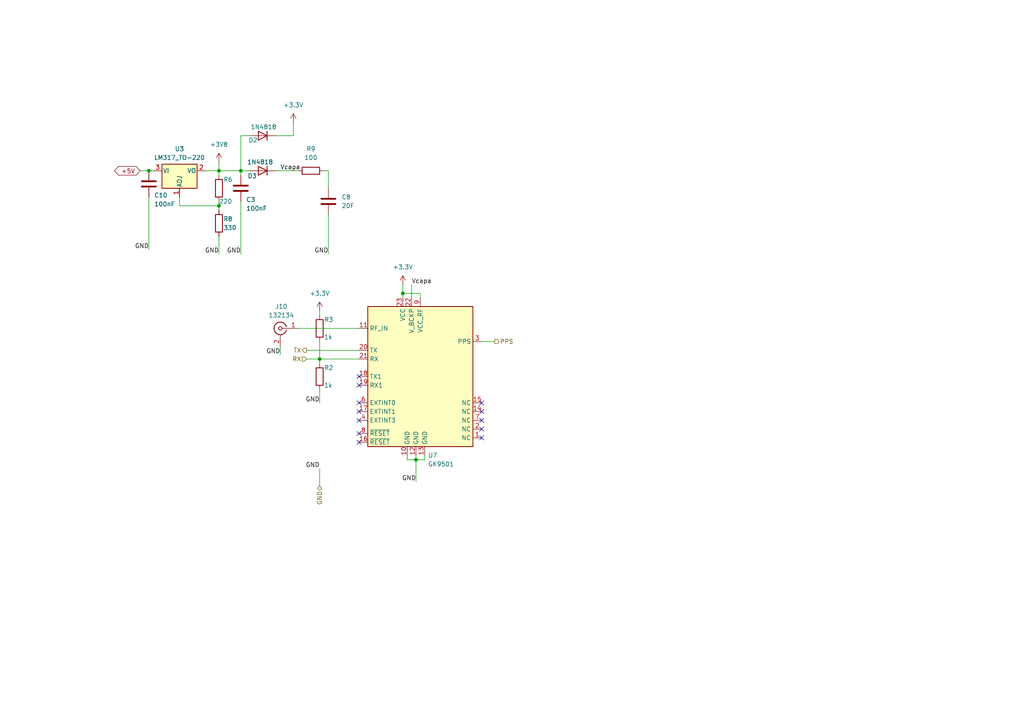
<source format=kicad_sch>
(kicad_sch (version 20231120) (generator "eeschema") (generator_version "8.0")
  (paper "A4")
  (lib_symbols
    (symbol "Connector:Conn_Coaxial" (pin_names (offset 1.016) hide)
      (property "Reference" "J" (at 0.254 3.048 0))
      (property "Value" "Conn_Coaxial" (at 2.921 0 90))
      (symbol "Conn_Coaxial_0_1"
        (arc (start -1.778 -0.508) (mid 0.2311 -1.8066) (end 1.778 0) (stroke (width 0.254)))
        (polyline (pts (xy -2.54 0) (xy -0.508 0)))
        (polyline (pts (xy 0 -2.54) (xy 0 -1.778)))
        (circle (center 0 0) (radius 0.508) (stroke (width 0.2032)))
        (arc (start 1.778 0) (mid 0.2099 1.8101) (end -1.778 0.508) (stroke (width 0.254)))
      )
      (symbol "Conn_Coaxial_1_1"
        (pin passive line (at -5.08 0 0) (length 2.54) (name "In") (number "1"))
        (pin passive line (at 0 -5.08 90) (length 2.54) (name "Ext") (number "2"))
      )
    )
    (symbol "Device:C" (pin_numbers hide) (pin_names (offset 0.254))
      (property "Reference" "C" (at 0.635 2.54 0))
      (property "Value" "C" (at 0.635 -2.54 0))
      (symbol "C_0_1"
        (polyline (pts (xy -2.032 -0.762) (xy 2.032 -0.762)) (stroke (width 0.508)))
        (polyline (pts (xy -2.032 0.762) (xy 2.032 0.762)) (stroke (width 0.508)))
      )
      (symbol "C_1_1"
        (pin passive line (at 0 3.81 270) (length 2.794) (name "~") (number "1"))
        (pin passive line (at 0 -3.81 90) (length 2.794) (name "~") (number "2"))
      )
    )
    (symbol "Device:D" (pin_numbers hide) (pin_names (offset 1.016) hide)
      (property "Reference" "D" (at 0 2.54 0))
      (property "Value" "D" (at 0 -2.54 0))
      (symbol "D_0_1"
        (polyline (pts (xy -1.27 1.27) (xy -1.27 -1.27)) (stroke (width 0.254)))
        (polyline (pts (xy 1.27 0) (xy -1.27 0)))
        (polyline (pts (xy 1.27 1.27) (xy 1.27 -1.27) (xy -1.27 0) (xy 1.27 1.27)) (stroke (width 0.254)))
      )
      (symbol "D_1_1"
        (pin passive line (at -3.81 0 0) (length 2.54) (name "K") (number "1"))
        (pin passive line (at 3.81 0 180) (length 2.54) (name "A") (number "2"))
      )
    )
    (symbol "Device:R" (pin_numbers hide) (pin_names (offset 0))
      (property "Reference" "R" (at 2.032 0 90))
      (property "Value" "R" (at 0 0 90))
      (symbol "R_0_1"
        (rectangle (start -1.016 -2.54) (end 1.016 2.54) (stroke (width 0.254)))
      )
      (symbol "R_1_1"
        (pin passive line (at 0 3.81 270) (length 1.27) (name "~") (number "1"))
        (pin passive line (at 0 -3.81 90) (length 1.27) (name "~") (number "2"))
      )
    )
    (symbol "RF_GPS:NEO-M8M"
      (property "Reference" "U7" (at 2.1941 -22.86 0))
      (property "Value" "NEO-M8M" (at 2.1941 -25.4 0))
      (symbol "NEO-M8M_0_1"
        (rectangle (start -15.24 20.32) (end 15.24 -20.32) (stroke (width 0.254)) (fill (type background)))
      )
      (symbol "NEO-M8M_1_1"
        (pin free line (at 17.78 -17.78 180) (length 2.54) (name "NC") (number "1"))
        (pin power_in line (at -3.81 -22.86 90) (length 2.54) (name "GND") (number "10"))
        (pin input line (at -17.78 13.97 0) (length 2.54) (name "RF_IN") (number "11"))
        (pin power_in line (at -1.27 -22.86 90) (length 2.54) (name "GND") (number "12"))
        (pin power_in line (at 1.27 -22.86 90) (length 2.54) (name "GND") (number "13"))
        (pin free line (at 17.78 -10.16 180) (length 2.54) (name "NC") (number "14"))
        (pin free line (at 17.78 -7.62 180) (length 2.54) (name "NC") (number "15"))
        (pin input line (at -17.78 -19.05 0) (length 2.54) (name "~{RESET}") (number "16"))
        (pin input line (at -17.78 -10.16 0) (length 2.54) (name "EXTINT1") (number "17"))
        (pin bidirectional line (at -17.78 0 0) (length 2.54) (name "TX1") (number "18"))
        (pin input line (at -17.78 -2.54 0) (length 2.54) (name "RX1") (number "19"))
        (pin free line (at 17.78 -15.24 180) (length 2.54) (name "NC") (number "2"))
        (pin output line (at -17.78 7.62 0) (length 2.54) (name "TX") (number "20"))
        (pin input line (at -17.78 5.08 0) (length 2.54) (name "RX") (number "21"))
        (pin power_in line (at -2.54 22.86 270) (length 2.54) (name "V_BCKP") (number "22"))
        (pin power_in line (at -5.08 22.86 270) (length 2.54) (name "VCC") (number "23"))
        (pin output line (at 17.78 10.16 180) (length 2.54) (name "PPS") (number "3"))
        (pin input line (at -17.78 -12.7 0) (length 2.54) (name "EXTINT3") (number "4"))
        (pin input line (at -17.78 -7.62 0) (length 2.54) (name "EXTINT0") (number "6"))
        (pin free line (at 17.78 -12.7 180) (length 2.54) (name "NC") (number "7"))
        (pin input line (at -17.78 -16.51 0) (length 2.54) (name "~{RESET}") (number "8"))
        (pin power_out line (at 0 22.86 270) (length 2.54) (name "VCC_RF") (number "9"))
      )
    )
    (symbol "Regulator_Linear:LM317_TO-220" (pin_names (offset 0.254))
      (property "Reference" "U" (at -3.81 3.175 0))
      (property "Value" "LM317_TO-220" (at 0 3.175 0))
      (symbol "LM317_TO-220_0_1"
        (rectangle (start -5.08 1.905) (end 5.08 -5.08) (stroke (width 0.254)) (fill (type background)))
      )
      (symbol "LM317_TO-220_1_1"
        (pin input line (at 0 -7.62 90) (length 2.54) (name "ADJ") (number "1"))
        (pin power_out line (at 7.62 0 180) (length 2.54) (name "VO") (number "2"))
        (pin power_in line (at -7.62 0 0) (length 2.54) (name "VI") (number "3"))
      )
    )
    (symbol "power:+3.3V" (power) (pin_names (offset 0))
      (property "Value" "+3.3V" (at 0 3.556 0))
      (symbol "+3.3V_0_1"
        (polyline (pts (xy -0.762 1.27) (xy 0 2.54)))
        (polyline (pts (xy 0 0) (xy 0 2.54)))
        (polyline (pts (xy 0 2.54) (xy 0.762 1.27)))
      )
      (symbol "+3.3V_1_1"
        (pin power_in line (at 0 0 90) (length 0) hide (name "+3.3V") (number "1"))
      )
    )
    (symbol "power:+3V8" (power) (pin_names (offset 0))
      (property "Value" "+3V8" (at 0 3.556 0))
      (symbol "+3V8_0_1"
        (polyline (pts (xy -0.762 1.27) (xy 0 2.54)))
        (polyline (pts (xy 0 0) (xy 0 2.54)))
        (polyline (pts (xy 0 2.54) (xy 0.762 1.27)))
      )
      (symbol "+3V8_1_1"
        (pin power_in line (at 0 0 90) (length 0) hide (name "+3V8") (number "1"))
      )
    )
  )
  (junction (at 116.84 85.09))
  (junction (at 43.18 49.53))
  (junction (at 120.65 133.35))
  (junction (at 69.85 49.53))
  (junction (at 63.5 49.53))
  (junction (at 92.71 104.14))
  (junction (at 63.5 59.69))
  (no_connect (at 104.14 128.27))
  (no_connect (at 104.14 109.22))
  (no_connect (at 104.14 116.84))
  (no_connect (at 104.14 125.73))
  (no_connect (at 139.7 127))
  (no_connect (at 104.14 119.38))
  (no_connect (at 139.7 124.46))
  (no_connect (at 104.14 121.92))
  (no_connect (at 139.7 121.92))
  (no_connect (at 139.7 116.84))
  (no_connect (at 104.14 111.76))
  (no_connect (at 139.7 119.38))
  (wire (pts (xy 80.01 39.37) (xy 85.09 39.37)))
  (wire (pts (xy 120.65 133.35) (xy 120.65 139.7)))
  (wire (pts (xy 123.19 132.08) (xy 123.19 133.35)))
  (wire (pts (xy 88.9 104.14) (xy 92.71 104.14)))
  (wire (pts (xy 43.18 57.15) (xy 43.18 72.39)))
  (wire (pts (xy 59.69 49.53) (xy 63.5 49.53)))
  (wire (pts (xy 69.85 49.53) (xy 69.85 50.8)))
  (wire (pts (xy 116.84 85.09) (xy 121.92 85.09)))
  (wire (pts (xy 121.92 86.36) (xy 121.92 85.09)))
  (wire (pts (xy 95.25 62.23) (xy 95.25 73.66)))
  (wire (pts (xy 116.84 82.55) (xy 116.84 85.09)))
  (wire (pts (xy 69.85 58.42) (xy 69.85 73.66)))
  (wire (pts (xy 118.11 132.08) (xy 118.11 133.35)))
  (wire (pts (xy 92.71 104.14) (xy 104.14 104.14)))
  (wire (pts (xy 69.85 49.53) (xy 72.39 49.53)))
  (wire (pts (xy 119.38 82.55) (xy 119.38 86.36)))
  (wire (pts (xy 118.11 133.35) (xy 120.65 133.35)))
  (wire (pts (xy 116.84 85.09) (xy 116.84 86.36)))
  (wire (pts (xy 92.71 135.89) (xy 92.71 140.97)))
  (wire (pts (xy 88.9 101.6) (xy 104.14 101.6)))
  (wire (pts (xy 52.07 57.15) (xy 52.07 59.69)))
  (wire (pts (xy 69.85 39.37) (xy 69.85 49.53)))
  (wire (pts (xy 63.5 49.53) (xy 69.85 49.53)))
  (wire (pts (xy 92.71 99.06) (xy 92.71 104.14)))
  (wire (pts (xy 92.71 113.03) (xy 92.71 116.84)))
  (wire (pts (xy 72.39 39.37) (xy 69.85 39.37)))
  (wire (pts (xy 95.25 49.53) (xy 95.25 54.61)))
  (wire (pts (xy 43.18 49.53) (xy 44.45 49.53)))
  (wire (pts (xy 139.7 99.06) (xy 143.51 99.06)))
  (wire (pts (xy 63.5 46.99) (xy 63.5 49.53)))
  (wire (pts (xy 81.28 100.33) (xy 81.28 102.87)))
  (wire (pts (xy 80.01 49.53) (xy 86.36 49.53)))
  (wire (pts (xy 92.71 90.17) (xy 92.71 91.44)))
  (wire (pts (xy 120.65 133.35) (xy 123.19 133.35)))
  (wire (pts (xy 92.71 104.14) (xy 92.71 105.41)))
  (wire (pts (xy 63.5 58.42) (xy 63.5 59.69)))
  (wire (pts (xy 63.5 49.53) (xy 63.5 50.8)))
  (wire (pts (xy 86.36 95.25) (xy 104.14 95.25)))
  (wire (pts (xy 120.65 132.08) (xy 120.65 133.35)))
  (wire (pts (xy 52.07 59.69) (xy 63.5 59.69)))
  (wire (pts (xy 63.5 59.69) (xy 63.5 60.96)))
  (wire (pts (xy 40.64 49.53) (xy 43.18 49.53)))
  (wire (pts (xy 95.25 49.53) (xy 93.98 49.53)))
  (wire (pts (xy 85.09 35.56) (xy 85.09 39.37)))
  (wire (pts (xy 63.5 68.58) (xy 63.5 73.66)))
  (label "GND" (at 69.85 73.66 180))
  (label "GND" (at 120.65 139.7 180))
  (label "GND" (at 95.25 73.66 180))
  (label "GND" (at 92.71 135.89 180))
  (label "GND" (at 81.28 102.87 180))
  (label "GND" (at 92.71 116.84 180))
  (label "GND" (at 43.18 72.39 180))
  (label "GND" (at 63.5 73.66 180))
  (label "Vcapa" (at 81.28 49.53 0))
  (label "Vcapa" (at 119.38 82.55 0))
  (global_label "+5V" (shape bidirectional) (at 40.64 49.53 180) (property "Intersheetrefs" "${INTERSHEET_REFS}" (effects (hide yes))))
  (hierarchical_label "RX" (shape input) (at 88.9 104.14 180))
  (hierarchical_label "TX" (shape output) (at 88.9 101.6 180))
  (hierarchical_label "GND" (shape bidirectional) (at 92.71 140.97 270))
  (hierarchical_label "PPS" (shape output) (at 143.51 99.06 0))
  (symbol (lib_id "Device:R") (at 63.5 64.77 0) (unit 1)
    (property "Reference" "R8" (at 64.77 63.5 0) (effects (justify left)))
    (property "Value" "330" (at 64.77 66.04 0) (effects (justify left)))
    (property "Footprint" "Resistor_THT:R_Axial_DIN0207_L6.3mm_D2.5mm_P7.62mm_Horizontal" (effects (hide yes)))
  )
  (symbol (lib_id "power:+3.3V") (at 92.71 90.17 0) (unit 1)
    (property "Reference" "#PWR027" (effects (hide yes)))
    (property "Value" "+3.3V" (at 92.71 85.09 0))
  )
  (symbol (lib_id "Device:C") (at 69.85 54.61 0) (unit 1)
    (property "Reference" "C3" (at 71.374 57.912 0) (effects (justify left)))
    (property "Value" "100nF" (at 71.374 60.452 0) (effects (justify left)))
    (property "Footprint" "Capacitor_THT:C_Rect_L7.0mm_W2.0mm_P5.00mm" (effects (hide yes)))
  )
  (symbol (lib_id "power:+3V8") (at 63.5 46.99 0) (unit 1)
    (property "Reference" "#PWR022" (effects (hide yes)))
    (property "Value" "+3V8" (at 63.5 41.91 0))
  )
  (symbol (lib_id "power:+3.3V") (at 116.84 82.55 0) (unit 1)
    (property "Reference" "#PWR024" (effects (hide yes)))
    (property "Value" "+3.3V" (at 116.84 77.47 0))
  )
  (symbol (lib_id "Device:C") (at 43.18 53.34 0) (unit 1)
    (property "Reference" "C10" (at 44.704 56.642 0) (effects (justify left)))
    (property "Value" "100nF" (at 44.704 59.182 0) (effects (justify left)))
    (property "Footprint" "Capacitor_THT:C_Rect_L7.0mm_W2.0mm_P5.00mm" (effects (hide yes)))
  )
  (symbol (lib_id "power:+3.3V") (at 85.09 35.56 0) (unit 1)
    (property "Reference" "#PWR023" (effects (hide yes)))
    (property "Value" "+3.3V" (at 85.09 30.48 0))
  )
  (symbol (lib_id "Device:R") (at 92.71 109.22 0) (unit 1)
    (property "Reference" "R2" (at 93.98 106.68 0) (effects (justify left)))
    (property "Value" "1k" (at 93.98 111.76 0) (effects (justify left)))
    (property "Footprint" "Resistor_THT:R_Axial_DIN0207_L6.3mm_D2.5mm_P7.62mm_Horizontal" (effects (hide yes)))
  )
  (symbol (lib_id "Regulator_Linear:LM317_TO-220") (at 52.07 49.53 0) (unit 1)
    (property "Reference" "U3" (at 52.07 43.18 0))
    (property "Value" "LM317_TO-220" (at 52.07 45.72 0))
    (property "Footprint" "Package_TO_SOT_THT:TO-220-3_Vertical" (effects (hide yes)))
    (property "Datasheet" "http://www.ti.com/lit/ds/symlink/lm317.pdf" (effects (hide yes)))
  )
  (symbol (lib_id "Device:R") (at 63.5 54.61 0) (unit 1)
    (property "Reference" "R6" (at 64.77 52.07 0) (effects (justify left)))
    (property "Value" "220" (at 63.5 58.42 0) (effects (justify left)))
    (property "Footprint" "Resistor_THT:R_Axial_DIN0207_L6.3mm_D2.5mm_P7.62mm_Horizontal" (effects (hide yes)))
  )
  (symbol (lib_id "Device:C") (at 95.25 58.42 0) (unit 1)
    (property "Reference" "C8" (at 99.06 57.15 0) (effects (justify left)))
    (property "Value" "20F" (at 99.06 59.69 0) (effects (justify left)))
    (property "Footprint" "Capacitor_THT:C_Radial_D10.0mm_H20.0mm_P5.00mm" (effects (hide yes)))
  )
  (symbol (lib_id "Device:R") (at 90.17 49.53 90) (unit 1)
    (property "Reference" "R9" (at 90.17 43.18 90))
    (property "Value" "100" (at 90.17 45.72 90))
    (property "Footprint" "Resistor_THT:R_Axial_DIN0207_L6.3mm_D2.5mm_P7.62mm_Horizontal" (effects (hide yes)))
  )
  (symbol (lib_id "RF_GPS:NEO-M8M") (at 121.92 109.22 0) (unit 1)
    (property "Reference" "U7" (at 124.1141 132.08 0) (effects (justify left)))
    (property "Value" "GK9501" (at 124.1141 134.62 0) (effects (justify left)))
    (property "Footprint" "RF_GPS:ublox_NEO" (effects (hide yes)))
    (property "Datasheet" "https://content.u-blox.com/sites/default/files/NEO-M8-FW3_DataSheet_UBX-15031086.pdf" (effects (hide yes)))
  )
  (symbol (lib_id "Device:D") (at 76.2 39.37 180) (unit 1)
    (property "Reference" "D2" (at 73.406 40.64 0))
    (property "Value" "1N4818" (at 76.454 36.83 0))
    (property "Footprint" "Diode_THT:D_DO-41_SOD81_P7.62mm_Horizontal" (effects (hide yes)))
    (property "Sim.Device" "D" (effects (hide yes)))
    (property "Sim.Pins" "1=K 2=A" (effects (hide yes)))
  )
  (symbol (lib_id "Device:R") (at 92.71 95.25 0) (unit 1)
    (property "Reference" "R3" (at 93.98 92.71 0) (effects (justify left)))
    (property "Value" "1k" (at 93.98 97.79 0) (effects (justify left)))
    (property "Footprint" "Resistor_THT:R_Axial_DIN0207_L6.3mm_D2.5mm_P7.62mm_Horizontal" (effects (hide yes)))
  )
  (symbol (lib_id "Connector:Conn_Coaxial") (at 81.28 95.25 0) (mirror y) (unit 1)
    (property "Reference" "J10" (at 81.5974 88.9 0))
    (property "Value" "132134" (at 81.5974 91.44 0))
    (property "Footprint" "Connector_Coaxial:SMA_Molex_73251-1153_EdgeMount_Horizontal" (effects (hide yes)))
    (property "Datasheet" " ~" (effects (hide yes)))
  )
  (symbol (lib_id "Device:D") (at 76.2 49.53 180) (unit 1)
    (property "Reference" "D3" (at 73.152 51.054 0))
    (property "Value" "1N4818" (at 75.438 46.99 0))
    (property "Footprint" "Diode_THT:D_DO-41_SOD81_P7.62mm_Horizontal" (effects (hide yes)))
    (property "Sim.Device" "D" (effects (hide yes)))
    (property "Sim.Pins" "1=K 2=A" (effects (hide yes)))
  )
)
</source>
